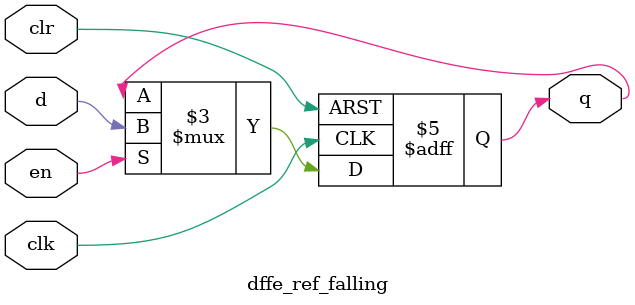
<source format=v>
module dffe_ref_falling (q, d, clk, en, clr);
   
   //Inputs
   input d, clk, en, clr;
   
   //Internal wire
   wire clr;

   //Output
   output q;
   
   //Register
   reg q;

   //Intialize q to 0
   initial
   begin
       q = 1'b0;
   end

   //Set value of q on positive edge of the clock or clear
   always @(negedge clk or posedge clr) begin
       //If clear is high, set q to 0
       if (clr) begin
           q <= 1'b0;
       //If enable is high, set q to the value of d
       end else if (en) begin
           q <= d;
       end
   end
endmodule
</source>
